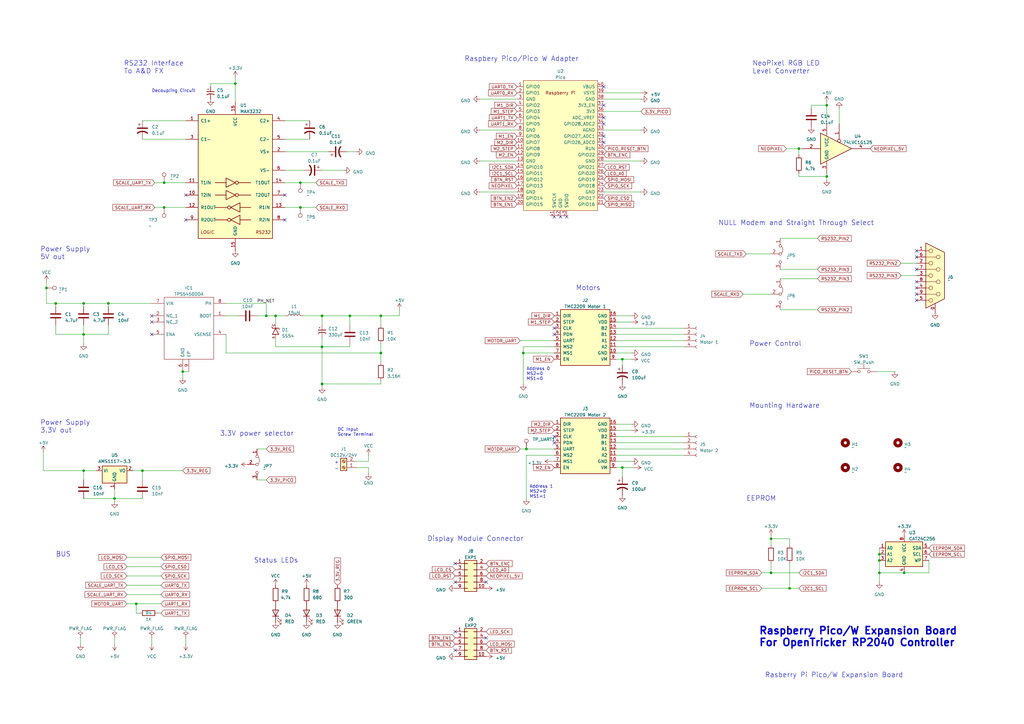
<source format=kicad_sch>
(kicad_sch (version 20230121) (generator eeschema)
  (paper "A3")
  (junction (at 55.88 247.65))
  (junction (at 316.23 234.95))
  (junction (at 327.66 60.96))
  (junction (at 339.09 43.18))
  (junction (at 67.31 85.09))
  (junction (at 34.29 124.46))
  (junction (at 156.21 129.54))
  (junction (at 123.19 85.09))
  (junction (at 74.93 152.4))
  (junction (at 58.42 193.04))
  (junction (at 132.08 129.54))
  (junction (at 214.63 144.78))
  (junction (at 96.52 34.29))
  (junction (at 44.45 124.46))
  (junction (at 34.29 137.16))
  (junction (at 255.27 147.32))
  (junction (at 360.68 234.95))
  (junction (at 360.68 229.87))
  (junction (at 132.08 157.48))
  (junction (at 360.68 227.33))
  (junction (at 370.84 234.95))
  (junction (at 215.9 184.15))
  (junction (at 34.29 193.04))
  (junction (at 143.51 129.54))
  (junction (at 316.23 220.98))
  (junction (at 156.21 144.78))
  (junction (at 67.31 74.93))
  (junction (at 123.19 74.93))
  (junction (at 323.85 241.3))
  (junction (at 339.09 72.39))
  (junction (at 113.03 129.54))
  (junction (at 109.22 129.54))
  (junction (at 132.08 142.24))
  (junction (at 19.05 118.11))
  (junction (at 46.99 204.47))
  (junction (at 22.86 124.46))
  (junction (at 255.27 191.77))
  (no_connect (at 62.23 129.54))
  (no_connect (at 229.87 88.9))
  (no_connect (at 227.33 179.07))
  (no_connect (at 227.33 137.16))
  (no_connect (at 186.69 238.76))
  (no_connect (at 247.65 50.8))
  (no_connect (at 227.33 134.62))
  (no_connect (at 76.2 80.01))
  (no_connect (at 227.33 181.61))
  (no_connect (at 247.65 48.26))
  (no_connect (at 375.92 115.57))
  (no_connect (at 247.65 58.42))
  (no_connect (at 375.92 123.19))
  (no_connect (at 62.23 137.16))
  (no_connect (at 76.2 90.17))
  (no_connect (at 227.33 88.9))
  (no_connect (at 375.92 102.87))
  (no_connect (at 247.65 55.88))
  (no_connect (at 232.41 88.9))
  (no_connect (at 375.92 110.49))
  (no_connect (at 62.23 132.08))
  (no_connect (at 199.39 261.62))
  (no_connect (at 247.65 43.18))
  (no_connect (at 375.92 105.41))
  (no_connect (at 375.92 118.11))
  (no_connect (at 375.92 120.65))
  (no_connect (at 199.39 238.76))
  (no_connect (at 247.65 35.56))
  (no_connect (at 116.84 80.01))
  (no_connect (at 186.69 259.08))
  (no_connect (at 186.69 231.14))
  (no_connect (at 186.69 266.7))
  (no_connect (at 116.84 90.17))
  (wire (pts (xy 215.9 186.69) (xy 215.9 204.47)))
  (wire (pts (xy 58.42 49.53) (xy 76.2 49.53)))
  (wire (pts (xy 151.13 191.77) (xy 151.13 194.31)))
  (wire (pts (xy 259.08 147.32) (xy 255.27 147.32)))
  (wire (pts (xy 316.23 231.14) (xy 316.23 234.95)))
  (wire (pts (xy 255.27 191.77) (xy 252.73 191.77)))
  (wire (pts (xy 262.89 53.34) (xy 247.65 53.34)))
  (wire (pts (xy 142.24 62.23) (xy 146.05 62.23)))
  (wire (pts (xy 52.07 232.41) (xy 66.04 232.41)))
  (wire (pts (xy 359.41 152.4) (xy 367.03 152.4)))
  (wire (pts (xy 66.04 243.84) (xy 52.07 243.84)))
  (wire (pts (xy 22.86 133.35) (xy 22.86 137.16)))
  (wire (pts (xy 327.66 72.39) (xy 339.09 72.39)))
  (wire (pts (xy 252.73 137.16) (xy 280.67 137.16)))
  (wire (pts (xy 58.42 193.04) (xy 74.93 193.04)))
  (wire (pts (xy 44.45 133.35) (xy 44.45 137.16)))
  (wire (pts (xy 17.78 193.04) (xy 34.29 193.04)))
  (wire (pts (xy 146.05 189.23) (xy 151.13 189.23)))
  (wire (pts (xy 252.73 134.62) (xy 280.67 134.62)))
  (wire (pts (xy 86.36 34.29) (xy 96.52 34.29)))
  (wire (pts (xy 316.23 220.98) (xy 316.23 223.52)))
  (wire (pts (xy 316.23 234.95) (xy 327.66 234.95)))
  (wire (pts (xy 323.85 223.52) (xy 323.85 220.98)))
  (wire (pts (xy 322.58 60.96) (xy 327.66 60.96)))
  (wire (pts (xy 196.85 66.04) (xy 212.09 66.04)))
  (wire (pts (xy 156.21 156.21) (xy 156.21 157.48)))
  (wire (pts (xy 320.04 114.3) (xy 335.28 114.3)))
  (wire (pts (xy 44.45 124.46) (xy 44.45 125.73)))
  (wire (pts (xy 344.17 44.45) (xy 344.17 50.8)))
  (wire (pts (xy 116.84 62.23) (xy 134.62 62.23)))
  (wire (pts (xy 109.22 124.46) (xy 109.22 129.54)))
  (wire (pts (xy 34.29 137.16) (xy 34.29 140.97)))
  (wire (pts (xy 46.99 204.47) (xy 58.42 204.47)))
  (wire (pts (xy 156.21 129.54) (xy 156.21 133.35)))
  (wire (pts (xy 34.29 193.04) (xy 39.37 193.04)))
  (wire (pts (xy 316.23 219.71) (xy 316.23 220.98)))
  (wire (pts (xy 259.08 173.99) (xy 252.73 173.99)))
  (wire (pts (xy 320.04 127) (xy 335.28 127)))
  (wire (pts (xy 227.33 186.69) (xy 215.9 186.69)))
  (wire (pts (xy 306.07 104.14) (xy 316.23 104.14)))
  (wire (pts (xy 339.09 43.18) (xy 339.09 50.8)))
  (wire (pts (xy 34.29 193.04) (xy 34.29 196.85)))
  (wire (pts (xy 143.51 129.54) (xy 156.21 129.54)))
  (wire (pts (xy 327.66 60.96) (xy 328.93 60.96)))
  (wire (pts (xy 116.84 49.53) (xy 127 49.53)))
  (wire (pts (xy 151.13 189.23) (xy 151.13 186.69)))
  (wire (pts (xy 55.88 247.65) (xy 66.04 247.65)))
  (wire (pts (xy 252.73 176.53) (xy 259.08 176.53)))
  (wire (pts (xy 252.73 186.69) (xy 280.67 186.69)))
  (wire (pts (xy 54.61 193.04) (xy 58.42 193.04)))
  (wire (pts (xy 67.31 85.09) (xy 76.2 85.09)))
  (wire (pts (xy 132.08 142.24) (xy 132.08 157.48)))
  (wire (pts (xy 327.66 60.96) (xy 327.66 63.5)))
  (wire (pts (xy 19.05 124.46) (xy 22.86 124.46)))
  (wire (pts (xy 252.73 132.08) (xy 259.08 132.08)))
  (wire (pts (xy 260.35 191.77) (xy 255.27 191.77)))
  (wire (pts (xy 86.36 35.56) (xy 86.36 34.29)))
  (wire (pts (xy 92.71 124.46) (xy 109.22 124.46)))
  (wire (pts (xy 92.71 137.16) (xy 92.71 144.78)))
  (wire (pts (xy 109.22 129.54) (xy 113.03 129.54)))
  (wire (pts (xy 360.68 234.95) (xy 360.68 238.76)))
  (wire (pts (xy 76.2 261.62) (xy 76.2 264.16)))
  (wire (pts (xy 132.08 69.85) (xy 140.97 69.85)))
  (wire (pts (xy 58.42 193.04) (xy 58.42 196.85)))
  (wire (pts (xy 381 229.87) (xy 381 234.95)))
  (wire (pts (xy 132.08 129.54) (xy 132.08 133.35)))
  (wire (pts (xy 255.27 147.32) (xy 255.27 149.86)))
  (wire (pts (xy 252.73 144.78) (xy 259.08 144.78)))
  (wire (pts (xy 381 234.95) (xy 370.84 234.95)))
  (wire (pts (xy 19.05 118.11) (xy 19.05 124.46)))
  (wire (pts (xy 116.84 57.15) (xy 127 57.15)))
  (wire (pts (xy 52.07 240.03) (xy 66.04 240.03)))
  (wire (pts (xy 327.66 71.12) (xy 327.66 72.39)))
  (wire (pts (xy 34.29 124.46) (xy 34.29 125.73)))
  (wire (pts (xy 74.93 152.4) (xy 74.93 154.94)))
  (wire (pts (xy 113.03 142.24) (xy 132.08 142.24)))
  (wire (pts (xy 262.89 45.72) (xy 247.65 45.72)))
  (wire (pts (xy 58.42 57.15) (xy 76.2 57.15)))
  (wire (pts (xy 92.71 129.54) (xy 97.79 129.54)))
  (wire (pts (xy 132.08 138.43) (xy 132.08 142.24)))
  (wire (pts (xy 124.46 129.54) (xy 132.08 129.54)))
  (wire (pts (xy 304.8 120.65) (xy 316.23 120.65)))
  (wire (pts (xy 34.29 133.35) (xy 34.29 137.16)))
  (wire (pts (xy 339.09 41.91) (xy 339.09 43.18)))
  (wire (pts (xy 332.74 43.18) (xy 339.09 43.18)))
  (wire (pts (xy 360.68 229.87) (xy 360.68 234.95)))
  (wire (pts (xy 22.86 137.16) (xy 34.29 137.16)))
  (wire (pts (xy 64.77 251.46) (xy 66.04 251.46)))
  (wire (pts (xy 55.88 247.65) (xy 55.88 251.46)))
  (wire (pts (xy 255.27 147.32) (xy 252.73 147.32)))
  (wire (pts (xy 44.45 137.16) (xy 34.29 137.16)))
  (wire (pts (xy 156.21 157.48) (xy 132.08 157.48)))
  (wire (pts (xy 34.29 124.46) (xy 44.45 124.46)))
  (wire (pts (xy 252.73 181.61) (xy 280.67 181.61)))
  (wire (pts (xy 339.09 72.39) (xy 339.09 71.12)))
  (wire (pts (xy 252.73 189.23) (xy 259.08 189.23)))
  (wire (pts (xy 196.85 53.34) (xy 212.09 53.34)))
  (wire (pts (xy 92.71 144.78) (xy 156.21 144.78)))
  (wire (pts (xy 143.51 140.97) (xy 143.51 142.24)))
  (wire (pts (xy 129.54 74.93) (xy 123.19 74.93)))
  (wire (pts (xy 252.73 139.7) (xy 280.67 139.7)))
  (wire (pts (xy 146.05 191.77) (xy 151.13 191.77)))
  (wire (pts (xy 34.29 204.47) (xy 46.99 204.47)))
  (wire (pts (xy 132.08 157.48) (xy 132.08 158.75)))
  (wire (pts (xy 262.89 78.74) (xy 247.65 78.74)))
  (wire (pts (xy 360.68 224.79) (xy 360.68 227.33)))
  (wire (pts (xy 46.99 204.47) (xy 46.99 205.74)))
  (wire (pts (xy 227.33 142.24) (xy 214.63 142.24)))
  (wire (pts (xy 74.93 152.4) (xy 77.47 152.4)))
  (wire (pts (xy 22.86 124.46) (xy 22.86 125.73)))
  (wire (pts (xy 252.73 184.15) (xy 280.67 184.15)))
  (wire (pts (xy 109.22 196.85) (xy 105.41 196.85)))
  (wire (pts (xy 323.85 220.98) (xy 316.23 220.98)))
  (wire (pts (xy 46.99 200.66) (xy 46.99 204.47)))
  (wire (pts (xy 44.45 124.46) (xy 62.23 124.46)))
  (wire (pts (xy 143.51 142.24) (xy 132.08 142.24)))
  (wire (pts (xy 339.09 73.66) (xy 339.09 72.39)))
  (wire (pts (xy 255.27 191.77) (xy 255.27 195.58)))
  (wire (pts (xy 109.22 184.15) (xy 105.41 184.15)))
  (wire (pts (xy 369.57 107.95) (xy 375.92 107.95)))
  (wire (pts (xy 196.85 40.64) (xy 212.09 40.64)))
  (wire (pts (xy 312.42 241.3) (xy 323.85 241.3)))
  (wire (pts (xy 57.15 251.46) (xy 55.88 251.46)))
  (wire (pts (xy 323.85 231.14) (xy 323.85 241.3)))
  (wire (pts (xy 215.9 184.15) (xy 227.33 184.15)))
  (wire (pts (xy 116.84 69.85) (xy 124.46 69.85)))
  (wire (pts (xy 52.07 236.22) (xy 66.04 236.22)))
  (wire (pts (xy 262.89 40.64) (xy 247.65 40.64)))
  (wire (pts (xy 62.23 261.62) (xy 62.23 264.16)))
  (wire (pts (xy 259.08 129.54) (xy 252.73 129.54)))
  (wire (pts (xy 369.57 113.03) (xy 375.92 113.03)))
  (wire (pts (xy 105.41 129.54) (xy 109.22 129.54)))
  (wire (pts (xy 252.73 179.07) (xy 280.67 179.07)))
  (wire (pts (xy 96.52 34.29) (xy 96.52 41.91)))
  (wire (pts (xy 214.63 144.78) (xy 227.33 144.78)))
  (wire (pts (xy 213.36 184.15) (xy 215.9 184.15)))
  (wire (pts (xy 226.06 189.23) (xy 227.33 189.23)))
  (wire (pts (xy 156.21 129.54) (xy 163.83 129.54)))
  (wire (pts (xy 360.68 234.95) (xy 370.84 234.95)))
  (wire (pts (xy 123.19 74.93) (xy 116.84 74.93)))
  (wire (pts (xy 213.36 139.7) (xy 227.33 139.7)))
  (wire (pts (xy 360.68 227.33) (xy 360.68 229.87)))
  (wire (pts (xy 129.54 85.09) (xy 123.19 85.09)))
  (wire (pts (xy 33.02 261.62) (xy 33.02 264.16)))
  (wire (pts (xy 323.85 241.3) (xy 327.66 241.3)))
  (wire (pts (xy 46.99 261.62) (xy 46.99 264.16)))
  (wire (pts (xy 163.83 129.54) (xy 163.83 127)))
  (wire (pts (xy 196.85 78.74) (xy 212.09 78.74)))
  (wire (pts (xy 52.07 247.65) (xy 55.88 247.65)))
  (wire (pts (xy 63.5 85.09) (xy 67.31 85.09)))
  (wire (pts (xy 113.03 129.54) (xy 113.03 133.35)))
  (wire (pts (xy 252.73 142.24) (xy 280.67 142.24)))
  (wire (pts (xy 22.86 124.46) (xy 34.29 124.46)))
  (wire (pts (xy 320.04 110.49) (xy 335.28 110.49)))
  (wire (pts (xy 113.03 138.43) (xy 113.03 142.24)))
  (wire (pts (xy 52.07 228.6) (xy 66.04 228.6)))
  (wire (pts (xy 214.63 144.78) (xy 214.63 157.48)))
  (wire (pts (xy 123.19 85.09) (xy 116.84 85.09)))
  (wire (pts (xy 113.03 129.54) (xy 116.84 129.54)))
  (wire (pts (xy 320.04 97.79) (xy 335.28 97.79)))
  (wire (pts (xy 312.42 234.95) (xy 316.23 234.95)))
  (wire (pts (xy 17.78 185.42) (xy 17.78 193.04)))
  (wire (pts (xy 143.51 129.54) (xy 143.51 133.35)))
  (wire (pts (xy 262.89 66.04) (xy 247.65 66.04)))
  (wire (pts (xy 63.5 74.93) (xy 67.31 74.93)))
  (wire (pts (xy 332.74 44.45) (xy 332.74 43.18)))
  (wire (pts (xy 132.08 129.54) (xy 143.51 129.54)))
  (wire (pts (xy 214.63 142.24) (xy 214.63 144.78)))
  (wire (pts (xy 96.52 31.75) (xy 96.52 34.29)))
  (wire (pts (xy 156.21 140.97) (xy 156.21 144.78)))
  (wire (pts (xy 262.89 38.1) (xy 247.65 38.1)))
  (wire (pts (xy 19.05 115.57) (xy 19.05 118.11)))
  (wire (pts (xy 67.31 74.93) (xy 76.2 74.93)))
  (wire (pts (xy 156.21 144.78) (xy 156.21 148.59)))
  (text "Motors" (at 236.22 119.38 0) (effects (font (size 2 2)) (justify left bottom)))
  (text "Address 1\nMS2=0\nMS1=1" (at 217.17 204.47 0) (effects (font (size 1.27 1.27)) (justify left bottom)))
  (text "NeoPixel RGB LED\nLevel Converter" (at 308.61 30.48 0) (effects (font (size 2 2)) (justify left bottom)))
  (text "BUS" (at 22.86 228.6 0) (effects (font (size 2 2)) (justify left bottom)))
  (text "Mounting Hardware" (at 307.34 167.64 0) (effects (font (size 2 2)) (justify left bottom)))
  (text "EEPROM" (at 306.07 205.74 0) (effects (font (size 2 2)) (justify left bottom)))
  (text "Display Module Connector" (at 175.26 222.25 0) (effects (font (size 2 2)) (justify left bottom)))
  (text "Raspberry Pico/W Expansion Board\nFor OpenTricker RP2040 Controller" (at 311.15 265.43 0) (effects (font (size 3 3) (thickness 0.6) bold) (justify left bottom)))
  (text "Decoupling Circuit" (at 62.23 38.1 0) (effects (font (size 1.27 1.27)) (justify left bottom)))
  (text "DC Input\nScrew Terminal" (at 138.43 179.07 0) (effects (font (size 1.27 1.27)) (justify left bottom)))
  (text "3.3V power selector" (at 90.17 179.07 0) (effects (font (size 2 2)) (justify left bottom)))
  (text "RS232 Interface\nTo A&D FX" (at 50.8 30.48 0) (effects (font (size 2 2)) (justify left bottom)))
  (text "Power Supply\n5V out" (at 16.51 106.68 0) (effects (font (size 2 2)) (justify left bottom)))
  (text "Power Supply\n3.3V out" (at 16.51 177.8 0) (effects (font (size 2 2)) (justify left bottom)))
  (text "Rasberry Pi Pico/W Expansion Board" (at 313.69 278.13 0) (effects (font (size 2 2)) (justify left bottom)))
  (text "Power Control" (at 307.34 142.24 0) (effects (font (size 2 2)) (justify left bottom)))
  (text "+" (at 137.16 190.5 0) (effects (font (size 1.27 1.27)) (justify left bottom)))
  (text "Raspbery Pico/Pico W Adapter" (at 190.5 25.4 0) (effects (font (size 2 2)) (justify left bottom)))
  (text "Status LEDs" (at 104.14 231.14 0) (effects (font (size 2 2)) (justify left bottom)))
  (text "-" (at 137.16 193.04 0) (effects (font (size 1.27 1.27)) (justify left bottom)))
  (text "Address 0\nMS2=0\nMS1=0" (at 215.9 156.21 0) (effects (font (size 1.27 1.27)) (justify left bottom)))
  (text "NULL Modem and Straight Through Select" (at 294.64 92.71 0) (effects (font (size 2 2)) (justify left bottom)))
  (label "PH_NET" (at 105.41 124.46 0))
  (global_label "EEPROM_SDA" (shape input) (at 312.42 234.95 180) (property "Intersheetrefs" "${INTERSHEET_REFS}" (effects hide)))
  (global_label "MOTOR_UART" (shape input) (at 52.07 247.65 180) (property "Intersheetrefs" "${INTERSHEET_REFS}" (effects hide)))
  (global_label "LCD_A0" (shape input) (at 247.65 71.12 0) (property "Intersheetrefs" "${INTERSHEET_REFS}" (effects hide)))
  (global_label "3.3V_REG" (shape input) (at 109.22 184.15 0) (property "Intersheetrefs" "${INTERSHEET_REFS}" (effects hide)))
  (global_label "NEOPIXEL" (shape input) (at 212.09 76.2 180) (property "Intersheetrefs" "${INTERSHEET_REFS}" (effects hide)))
  (global_label "SCALE_UART_TX" (shape input) (at 63.5 74.93 180) (property "Intersheetrefs" "${INTERSHEET_REFS}" (effects hide)))
  (global_label "RS232_PIN3" (shape input) (at 335.28 110.49 0) (property "Intersheetrefs" "${INTERSHEET_REFS}" (effects hide)))
  (global_label "BTN_EN2" (shape input) (at 186.69 264.16 180) (property "Intersheetrefs" "${INTERSHEET_REFS}" (effects hide)))
  (global_label "M1_EN" (shape input) (at 227.33 147.32 180) (property "Intersheetrefs" "${INTERSHEET_REFS}" (effects hide)))
  (global_label "SCALE_TXD" (shape input) (at 129.54 74.93 0) (property "Intersheetrefs" "${INTERSHEET_REFS}" (effects hide)))
  (global_label "MOTOR_UART" (shape input) (at 213.36 139.7 180) (property "Intersheetrefs" "${INTERSHEET_REFS}" (effects hide)))
  (global_label "BTN_EN1" (shape input) (at 186.69 261.62 180) (property "Intersheetrefs" "${INTERSHEET_REFS}" (effects hide)))
  (global_label "BTN_RST" (shape input) (at 199.39 266.7 0) (property "Intersheetrefs" "${INTERSHEET_REFS}" (effects hide)))
  (global_label "UART1_RX" (shape input) (at 212.09 50.8 180) (property "Intersheetrefs" "${INTERSHEET_REFS}" (effects hide)))
  (global_label "M2_STEP" (shape input) (at 227.33 176.53 180) (property "Intersheetrefs" "${INTERSHEET_REFS}" (effects hide)))
  (global_label "EEPROM_SCL" (shape input) (at 312.42 241.3 180) (property "Intersheetrefs" "${INTERSHEET_REFS}" (effects hide)))
  (global_label "LCD_CS" (shape input) (at 186.69 233.68 180) (property "Intersheetrefs" "${INTERSHEET_REFS}" (effects hide)))
  (global_label "LCD_MOSI" (shape input) (at 52.07 228.6 180) (property "Intersheetrefs" "${INTERSHEET_REFS}" (effects hide)))
  (global_label "UART1_RX" (shape input) (at 66.04 247.65 0) (property "Intersheetrefs" "${INTERSHEET_REFS}" (effects hide)))
  (global_label "PICO_RESET_BTN" (shape input) (at 247.65 60.96 0) (property "Intersheetrefs" "${INTERSHEET_REFS}" (effects hide)))
  (global_label "SPI0_MOSI" (shape input) (at 247.65 73.66 0) (property "Intersheetrefs" "${INTERSHEET_REFS}" (effects hide)))
  (global_label "LCD_A0" (shape input) (at 199.39 233.68 0) (property "Intersheetrefs" "${INTERSHEET_REFS}" (effects hide)))
  (global_label "3.3V_PICO" (shape input) (at 109.22 196.85 0) (property "Intersheetrefs" "${INTERSHEET_REFS}" (effects hide)))
  (global_label "RS232_PIN2" (shape input) (at 369.57 107.95 180) (property "Intersheetrefs" "${INTERSHEET_REFS}" (effects hide)))
  (global_label "SCALE_RXD" (shape input) (at 304.8 120.65 180) (property "Intersheetrefs" "${INTERSHEET_REFS}" (effects hide)))
  (global_label "M2_EN" (shape input) (at 227.33 191.77 180) (property "Intersheetrefs" "${INTERSHEET_REFS}" (effects hide)))
  (global_label "LCD_MOSI" (shape input) (at 199.39 264.16 0) (property "Intersheetrefs" "${INTERSHEET_REFS}" (effects hide)))
  (global_label "M1_STEP" (shape input) (at 227.33 132.08 180) (property "Intersheetrefs" "${INTERSHEET_REFS}" (effects hide)))
  (global_label "BTN_EN2" (shape input) (at 212.09 81.28 180) (property "Intersheetrefs" "${INTERSHEET_REFS}" (effects hide)))
  (global_label "SCALE_UART_TX" (shape input) (at 52.07 240.03 180) (property "Intersheetrefs" "${INTERSHEET_REFS}" (effects hide)))
  (global_label "I2C1_SDA" (shape input) (at 212.09 68.58 180) (property "Intersheetrefs" "${INTERSHEET_REFS}" (effects hide)))
  (global_label "M1_EN" (shape input) (at 212.09 55.88 180) (property "Intersheetrefs" "${INTERSHEET_REFS}" (effects hide)))
  (global_label "M2_EN" (shape input) (at 212.09 63.5 180) (property "Intersheetrefs" "${INTERSHEET_REFS}" (effects hide)))
  (global_label "LCD_RST" (shape input) (at 247.65 68.58 0) (property "Intersheetrefs" "${INTERSHEET_REFS}" (effects hide)))
  (global_label "EEPROM_SCL" (shape input) (at 381 227.33 0) (property "Intersheetrefs" "${INTERSHEET_REFS}" (effects hide)))
  (global_label "LED_SCK" (shape input) (at 199.39 259.08 0) (property "Intersheetrefs" "${INTERSHEET_REFS}" (effects hide)))
  (global_label "I2C1_SDA" (shape input) (at 327.66 234.95 0) (property "Intersheetrefs" "${INTERSHEET_REFS}" (effects hide)))
  (global_label "SPI0_CS0" (shape input) (at 66.04 232.41 0) (property "Intersheetrefs" "${INTERSHEET_REFS}" (effects hide)))
  (global_label "SPI0_CS0" (shape input) (at 247.65 81.28 0) (property "Intersheetrefs" "${INTERSHEET_REFS}" (effects hide)))
  (global_label "NEOPIXEL" (shape input) (at 322.58 60.96 180) (property "Intersheetrefs" "${INTERSHEET_REFS}" (effects hide)))
  (global_label "SCALE_UART_RX" (shape input) (at 63.5 85.09 180) (property "Intersheetrefs" "${INTERSHEET_REFS}" (effects hide)))
  (global_label "M2_DIR" (shape input) (at 227.33 173.99 180) (property "Intersheetrefs" "${INTERSHEET_REFS}" (effects hide)))
  (global_label "BTN_ENC" (shape input) (at 247.65 63.5 0) (property "Intersheetrefs" "${INTERSHEET_REFS}" (effects hide)))
  (global_label "SPI0_SCK" (shape input) (at 66.04 236.22 0) (property "Intersheetrefs" "${INTERSHEET_REFS}" (effects hide)))
  (global_label "NEOPIXEL_5V" (shape input) (at 199.39 236.22 0) (property "Intersheetrefs" "${INTERSHEET_REFS}" (effects hide)))
  (global_label "SCALE_TXD" (shape input) (at 306.07 104.14 180) (property "Intersheetrefs" "${INTERSHEET_REFS}" (effects hide)))
  (global_label "M2_STEP" (shape input) (at 212.09 60.96 180) (property "Intersheetrefs" "${INTERSHEET_REFS}" (effects hide)))
  (global_label "SPI0_MOSI" (shape input) (at 66.04 228.6 0) (property "Intersheetrefs" "${INTERSHEET_REFS}" (effects hide)))
  (global_label "UART0_TX" (shape input) (at 212.09 35.56 180) (property "Intersheetrefs" "${INTERSHEET_REFS}" (effects hide)))
  (global_label "UART0_TX" (shape input) (at 66.04 240.03 0) (property "Intersheetrefs" "${INTERSHEET_REFS}" (effects hide)))
  (global_label "LED_SCK" (shape input) (at 52.07 236.22 180) (property "Intersheetrefs" "${INTERSHEET_REFS}" (effects hide)))
  (global_label "RS232_PIN2" (shape input) (at 335.28 97.79 0) (property "Intersheetrefs" "${INTERSHEET_REFS}" (effects hide)))
  (global_label "RS232_PIN3" (shape input) (at 335.28 114.3 0) (property "Intersheetrefs" "${INTERSHEET_REFS}" (effects hide)))
  (global_label "BTN_ENC" (shape input) (at 199.39 231.14 0) (property "Intersheetrefs" "${INTERSHEET_REFS}" (effects hide)))
  (global_label "SPI0_SCK" (shape input) (at 247.65 76.2 0) (property "Intersheetrefs" "${INTERSHEET_REFS}" (effects hide)))
  (global_label "I2C1_SCL" (shape input) (at 327.66 241.3 0) (property "Intersheetrefs" "${INTERSHEET_REFS}" (effects hide)))
  (global_label "RS232_PIN2" (shape input) (at 335.28 127 0) (property "Intersheetrefs" "${INTERSHEET_REFS}" (effects hide)))
  (global_label "LCD_CS" (shape input) (at 52.07 232.41 180) (property "Intersheetrefs" "${INTERSHEET_REFS}" (effects hide)))
  (global_label "UART1_TX" (shape input) (at 66.04 251.46 0) (property "Intersheetrefs" "${INTERSHEET_REFS}" (effects hide)))
  (global_label "3.3V_PICO" (shape input) (at 262.89 45.72 0) (property "Intersheetrefs" "${INTERSHEET_REFS}" (effects hide)))
  (global_label "SCALE_RXD" (shape input) (at 129.54 85.09 0) (property "Intersheetrefs" "${INTERSHEET_REFS}" (effects hide)))
  (global_label "3.3V_REG" (shape input) (at 74.93 193.04 0) (property "Intersheetrefs" "${INTERSHEET_REFS}" (effects hide)))
  (global_label "NEOPIXEL_5V" (shape input) (at 356.87 60.96 0) (property "Intersheetrefs" "${INTERSHEET_REFS}" (effects hide)))
  (global_label "BTN_EN1" (shape input) (at 212.09 83.82 180) (property "Intersheetrefs" "${INTERSHEET_REFS}" (effects hide)))
  (global_label "RS232_PIN3" (shape input) (at 369.57 113.03 180) (property "Intersheetrefs" "${INTERSHEET_REFS}" (effects hide)))
  (global_label "BTN_RST" (shape input) (at 212.09 73.66 180) (property "Intersheetrefs" "${INTERSHEET_REFS}" (effects hide)))
  (global_label "EEPROM_SDA" (shape input) (at 381 224.79 0) (property "Intersheetrefs" "${INTERSHEET_REFS}" (effects hide)))
  (global_label "SCALE_UART_RX" (shape input) (at 52.07 243.84 180) (property "Intersheetrefs" "${INTERSHEET_REFS}" (effects hide)))
  (global_label "LCD_RST" (shape input) (at 186.69 236.22 180) (property "Intersheetrefs" "${INTERSHEET_REFS}" (effects hide)))
  (global_label "UART0_RX" (shape input) (at 66.04 243.84 0) (property "Intersheetrefs" "${INTERSHEET_REFS}" (effects hide)))
  (global_label "M1_DIR" (shape input) (at 212.09 43.18 180) (property "Intersheetrefs" "${INTERSHEET_REFS}" (effects hide)))
  (global_label "3.3V_REG" (shape input) (at 138.43 240.03 90) (property "Intersheetrefs" "${INTERSHEET_REFS}" (effects hide)))
  (global_label "UART1_TX" (shape input) (at 212.09 48.26 180) (property "Intersheetrefs" "${INTERSHEET_REFS}" (effects hide)))
  (global_label "SPI0_MISO" (shape input) (at 247.65 83.82 0) (property "Intersheetrefs" "${INTERSHEET_REFS}" (effects hide)))
  (global_label "UART0_RX" (shape input) (at 212.09 38.1 180) (property "Intersheetrefs" "${INTERSHEET_REFS}" (effects hide)))
  (global_label "PICO_RESET_BTN" (shape input) (at 349.25 152.4 180) (property "Intersheetrefs" "${INTERSHEET_REFS}" (effects hide)))
  (global_label "M2_DIR" (shape input) (at 212.09 58.42 180) (property "Intersheetrefs" "${INTERSHEET_REFS}" (effects hide)))
  (global_label "MOTOR_UART" (shape input) (at 213.36 184.15 180) (property "Intersheetrefs" "${INTERSHEET_REFS}" (effects hide)))
  (global_label "M1_STEP" (shape input) (at 212.09 45.72 180) (property "Intersheetrefs" "${INTERSHEET_REFS}" (effects hide)))
  (global_label "M1_DIR" (shape input) (at 227.33 129.54 180) (property "Intersheetrefs" "${INTERSHEET_REFS}" (effects hide)))
  (global_label "I2C1_SCL" (shape input) (at 212.09 71.12 180) (property "Intersheetrefs" "${INTERSHEET_REFS}" (effects hide)))
  (symbol (lib_id "Device:C") (at 34.29 200.66 0) (unit 1)
    (property "Reference" "C16" (at 38.1 200.025 0) (effects (justify left)))
    (property "Value" "10nF" (at 38.1 202.565 0) (effects (justify left)))
    (property "Footprint" "Capacitor_SMD:C_0805_2012Metric_Pad1.18x1.45mm_HandSolder" (effects hide))
  )
  (symbol (lib_id "power:GND") (at 259.08 144.78 90) (unit 1)
    (property "Reference" "#PWR016" (effects hide))
    (property "Value" "GND" (at 262.89 145.415 90) (effects (justify right)))
  )
  (symbol (lib_id "power:VCC") (at 260.35 191.77 270) (unit 1)
    (property "Reference" "#PWR021" (effects hide))
    (property "Value" "VCC" (at 264.16 192.405 90) (effects (justify left)))
  )
  (symbol (lib_id "power:PWR_FLAG") (at 76.2 261.62 0) (unit 1)
    (property "Reference" "#FLG04" (effects hide))
    (property "Value" "PWR_FLAG" (at 76.2 257.81 0))
  )
  (symbol (lib_id "power:GND") (at 360.68 238.76 0) (unit 1)
    (property "Reference" "#PWR047" (effects hide))
    (property "Value" "GND" (at 360.68 243.84 0))
  )
  (symbol (lib_id "power:VCC") (at 62.23 264.16 180) (unit 1)
    (property "Reference" "#PWR037" (effects hide))
    (property "Value" "VCC" (at 62.23 269.24 0))
  )
  (symbol (lib_id "power:GND") (at 125.73 255.27 0) (unit 1)
    (property "Reference" "#PWR056" (effects hide))
    (property "Value" "GND" (at 125.73 260.35 0))
  )
  (symbol (lib_id "power:GND") (at 259.08 173.99 90) (unit 1)
    (property "Reference" "#PWR018" (effects hide))
    (property "Value" "GND" (at 262.89 174.625 90) (effects (justify right)))
  )
  (symbol (lib_id "Connector:Screw_Terminal_01x02") (at 140.97 191.77 180) (unit 1)
    (property "Reference" "J1" (at 140.97 184.15 0))
    (property "Value" "DC12V/24V" (at 140.97 186.69 0))
    (property "Footprint" "TerminalBlock:TerminalBlock_bornier-2_P5.08mm" (effects hide))
  )
  (symbol (lib_id "power:GND") (at 113.03 255.27 0) (unit 1)
    (property "Reference" "#PWR058" (effects hide))
    (property "Value" "GND" (at 113.03 260.35 0))
  )
  (symbol (lib_id "Device:C_Polarized_Small_US") (at 132.08 135.89 0) (unit 1)
    (property "Reference" "C12" (at 134.62 134.8232 0) (effects (justify left)))
    (property "Value" "330uF" (at 134.62 137.3632 0) (effects (justify left)))
    (property "Footprint" "Capacitor_SMD:CP_Elec_10x10.5" (effects hide))
  )
  (symbol (lib_id "power:+5V") (at 199.39 241.3 270) (unit 1)
    (property "Reference" "#PWR038" (effects hide))
    (property "Value" "+5V" (at 203.2 241.935 90) (effects (justify left)))
  )
  (symbol (lib_id "Device:LED") (at 125.73 251.46 90) (unit 1)
    (property "Reference" "D3" (at 129.54 252.4125 90) (effects (justify right)))
    (property "Value" "RED" (at 129.54 254.9525 90) (effects (justify right)))
    (property "Footprint" "Diode_SMD:D_0805_2012Metric_Pad1.15x1.40mm_HandSolder" (effects hide))
  )
  (symbol (lib_id "power:GND") (at 146.05 62.23 90) (unit 1)
    (property "Reference" "#PWR023" (effects hide))
    (property "Value" "GND" (at 149.86 62.865 90) (effects (justify right)))
  )
  (symbol (lib_id "power:VCC") (at 259.08 147.32 270) (unit 1)
    (property "Reference" "#PWR017" (effects hide))
    (property "Value" "VCC" (at 262.89 147.955 90) (effects (justify left)))
  )
  (symbol (lib_id "Connector:TestPoint") (at 67.31 74.93 0) (unit 1)
    (property "Reference" "TP2" (at 69.85 72.263 0) (effects (justify left)))
    (property "Value" "~" (at 69.85 73.533 0) (effects (justify left)))
    (property "Footprint" "TestPoint:TestPoint_Pad_2.0x2.0mm" (effects hide))
  )
  (symbol (lib_id "Device:R") (at 138.43 243.84 180) (unit 1)
    (property "Reference" "R7" (at 143.51 242.57 0) (effects (justify left)))
    (property "Value" "300" (at 144.78 245.11 0) (effects (justify left)))
    (property "Footprint" "Resistor_SMD:R_0805_2012Metric_Pad1.20x1.40mm_HandSolder" (effects hide))
  )
  (symbol (lib_id "Device:R") (at 316.23 227.33 0) (unit 1)
    (property "Reference" "R3" (at 318.77 226.695 0) (effects (justify left)))
    (property "Value" "10K" (at 318.77 229.235 0) (effects (justify left)))
    (property "Footprint" "Resistor_SMD:R_0805_2012Metric_Pad1.20x1.40mm_HandSolder" (effects hide))
  )
  (symbol (lib_id "Device:C_Polarized_Small_US") (at 86.36 38.1 0) (unit 1)
    (property "Reference" "C5" (at 88.9 37.0332 0) (effects (justify left)))
    (property "Value" "0.1uF" (at 88.9 39.5732 0) (effects (justify left)))
    (property "Footprint" "Capacitor_SMD:C_0805_2012Metric_Pad1.18x1.45mm_HandSolder" (effects hide))
  )
  (symbol (lib_id "Device:C_Polarized_US") (at 255.27 199.39 0) (unit 1)
    (property "Reference" "C9" (at 259.08 198.12 0) (effects (justify left)))
    (property "Value" "100uF" (at 259.08 200.66 0) (effects (justify left)))
    (property "Footprint" "Capacitor_SMD:CP_Elec_6.3x7.7" (effects hide))
  )
  (symbol (lib_id "power:GND") (at 215.9 204.47 0) (unit 1)
    (property "Reference" "#PWR07" (effects hide))
    (property "Value" "GND" (at 215.9 209.55 0))
  )
  (symbol (lib_id "power:GND") (at 34.29 140.97 0) (unit 1)
    (property "Reference" "#PWR02" (effects hide))
    (property "Value" "GND" (at 34.29 146.05 0))
  )
  (symbol (lib_id "power:GND") (at 259.08 189.23 90) (unit 1)
    (property "Reference" "#PWR020" (effects hide))
    (property "Value" "GND" (at 262.89 189.865 90) (effects (justify right)))
  )
  (symbol (lib_id "power:+5V") (at 125.73 240.03 0) (unit 1)
    (property "Reference" "#PWR059" (effects hide))
    (property "Value" "+5V" (at 125.73 236.22 0))
  )
  (symbol (lib_id "power:GND") (at 151.13 194.31 0) (unit 1)
    (property "Reference" "#PWR05" (effects hide))
    (property "Value" "GND" (at 151.13 198.12 0))
  )
  (symbol (lib_id "power:GND") (at 196.85 78.74 270) (unit 1)
    (property "Reference" "#PWR031" (effects hide))
    (property "Value" "GND" (at 193.04 79.375 90) (effects (justify right)))
  )
  (symbol (lib_id "Device:C") (at 101.6 129.54 90) (unit 1)
    (property "Reference" "C10" (at 101.6 123.19 90))
    (property "Value" "10nF" (at 101.6 125.73 90))
    (property "Footprint" "Capacitor_SMD:C_0805_2012Metric_Pad1.18x1.45mm_HandSolder" (effects hide))
  )
  (symbol (lib_id "Connector:Conn_01x04_Socket") (at 285.75 181.61 0) (unit 1)
    (property "Reference" "J5" (at 287.02 182.245 0) (effects (justify left)))
    (property "Value" "Motor 2" (at 287.02 184.785 0) (effects (justify left)))
    (property "Footprint" "Connector_JST:JST_XH_B4B-XH-AM_1x04_P2.50mm_Vertical" (effects hide))
  )
  (symbol (lib_id "power:VCC") (at 113.03 240.03 0) (unit 1)
    (property "Reference" "#PWR057" (effects hide))
    (property "Value" "VCC" (at 113.03 236.22 0))
  )
  (symbol (lib_id "Mechanical:MountingHole") (at 346.71 181.61 0) (unit 1)
    (property "Reference" "H1" (at 349.25 182.245 0) (effects (justify left)))
    (property "Value" "~" (at 349.25 183.515 0) (effects (justify left)))
    (property "Footprint" "MountingHole:MountingHole_3.2mm_M3_Pad" (effects hide))
  )
  (symbol (lib_id "Device:R") (at 323.85 227.33 0) (unit 1)
    (property "Reference" "R5" (at 326.39 226.695 0) (effects (justify left)))
    (property "Value" "10K" (at 326.39 229.235 0) (effects (justify left)))
    (property "Footprint" "Resistor_SMD:R_0805_2012Metric_Pad1.20x1.40mm_HandSolder" (effects hide))
  )
  (symbol (lib_id "power:+3.3V") (at 101.6 190.5 90) (unit 1)
    (property "Reference" "#PWR043" (effects hide))
    (property "Value" "+3.3V" (at 97.79 191.135 90) (effects (justify left)))
  )
  (symbol (lib_id "power:+3.3V") (at 259.08 132.08 270) (unit 1)
    (property "Reference" "#PWR015" (effects hide))
    (property "Value" "+3.3V" (at 262.89 132.715 90) (effects (justify left)))
  )
  (symbol (lib_id "Device:R") (at 156.21 152.4 0) (unit 1)
    (property "Reference" "R2" (at 158.75 151.765 0) (effects (justify left)))
    (property "Value" "3.16K" (at 158.75 154.305 0) (effects (justify left)))
    (property "Footprint" "Resistor_SMD:R_0805_2012Metric_Pad1.20x1.40mm_HandSolder" (effects hide))
  )
  (symbol (lib_id "Device:LED") (at 138.43 251.46 90) (unit 1)
    (property "Reference" "D2" (at 142.24 252.4125 90) (effects (justify right)))
    (property "Value" "GREEN" (at 142.24 254.9525 90) (effects (justify right)))
    (property "Footprint" "Diode_SMD:D_0805_2012Metric_Pad1.15x1.40mm_HandSolder" (effects hide))
  )
  (symbol (lib_id "power:GND") (at 96.52 102.87 0) (unit 1)
    (property "Reference" "#PWR09" (effects hide))
    (property "Value" "GND" (at 96.52 107.95 0))
  )
  (symbol (lib_id "Device:C") (at 332.74 48.26 0) (unit 1)
    (property "Reference" "C14" (at 336.55 47.625 0) (effects (justify left)))
    (property "Value" "0.1uF" (at 336.55 50.165 0) (effects (justify left)))
    (property "Footprint" "Capacitor_SMD:C_0805_2012Metric_Pad1.18x1.45mm_HandSolder" (effects hide))
  )
  (symbol (lib_id "power:VCC") (at 151.13 186.69 0) (unit 1)
    (property "Reference" "#PWR04" (effects hide))
    (property "Value" "VCC" (at 151.13 182.88 0))
  )
  (symbol (lib_id "Connector_Generic:Conn_02x05_Odd_Even") (at 191.77 264.16 0) (unit 1)
    (property "Reference" "J9" (at 193.04 254 0))
    (property "Value" "EXP2" (at 193.04 256.54 0))
    (property "Footprint" "Connector_IDC:IDC-Header_2x05_P2.54mm_Vertical" (effects hide))
  )
  (symbol (lib_id "power:GND") (at 33.02 264.16 0) (unit 1)
    (property "Reference" "#PWR032" (effects hide))
    (property "Value" "GND" (at 33.02 269.24 0))
  )
  (symbol (lib_id "Connector:TestPoint") (at 67.31 85.09 180) (unit 1)
    (property "Reference" "TP3" (at 60.96 90.17 0) (effects (justify right)))
    (property "Value" "~" (at 60.96 92.71 0) (effects (justify right)))
    (property "Footprint" "TestPoint:TestPoint_Pad_2.0x2.0mm" (effects hide))
  )
  (symbol (lib_id "Regulator_Linear:AMS1117-3.3") (at 46.99 193.04 0) (unit 1)
    (property "Reference" "U5" (at 46.99 186.69 0))
    (property "Value" "AMS1117-3.3" (at 46.99 189.23 0))
    (property "Footprint" "Package_TO_SOT_SMD:SOT-223-3_TabPin2" (effects hide))
    (property "Datasheet" "http://www.advanced-monolithic.com/pdf/ds1117.pdf" (effects hide))
  )
  (symbol (lib_id "Device:C") (at 22.86 129.54 0) (unit 1)
    (property "Reference" "C1" (at 26.67 128.905 0) (effects (justify left)))
    (property "Value" "4.7uF" (at 26.67 131.445 0) (effects (justify left)))
    (property "Footprint" "Capacitor_SMD:C_0805_2012Metric_Pad1.18x1.45mm_HandSolder" (effects hide))
  )
  (symbol (lib_id "Connector:TestPoint") (at 123.19 85.09 180) (unit 1)
    (property "Reference" "TP5" (at 125.73 89.027 0) (effects (justify right)))
    (property "Value" "~" (at 125.73 90.297 0) (effects (justify right)))
    (property "Footprint" "TestPoint:TestPoint_Pad_2.0x2.0mm" (effects hide))
  )
  (symbol (lib_id "power:PWR_FLAG") (at 46.99 261.62 0) (unit 1)
    (property "Reference" "#FLG02" (effects hide))
    (property "Value" "PWR_FLAG" (at 46.99 257.81 0))
  )
  (symbol (lib_id "Device:R") (at 60.96 251.46 90) (unit 1)
    (property "Reference" "R4" (at 60.96 251.46 90))
    (property "Value" "1K" (at 60.96 254 90))
    (property "Footprint" "Resistor_SMD:R_0805_2012Metric_Pad1.20x1.40mm_HandSolder" (effects hide))
  )
  (symbol (lib_id "Device:R") (at 327.66 67.31 0) (unit 1)
    (property "Reference" "R6" (at 330.2 66.675 0) (effects (justify left)))
    (property "Value" "4.7k" (at 330.2 69.215 0) (effects (justify left)))
    (property "Footprint" "Resistor_SMD:R_0805_2012Metric_Pad1.20x1.40mm_HandSolder" (effects hide))
  )
  (symbol (lib_id "Device:R") (at 156.21 137.16 0) (unit 1)
    (property "Reference" "R1" (at 158.75 136.525 0) (effects (justify left)))
    (property "Value" "10K" (at 158.75 139.065 0) (effects (justify left)))
    (property "Footprint" "Resistor_SMD:R_0805_2012Metric_Pad1.20x1.40mm_HandSolder" (effects hide))
  )
  (symbol (lib_id "power:+5V") (at 163.83 127 0) (unit 1)
    (property "Reference" "#PWR027" (effects hide))
    (property "Value" "+5V" (at 163.83 123.19 0))
  )
  (symbol (lib_id "74xGxx:74LVC1G125") (at 344.17 60.96 0) (unit 1)
    (property "Reference" "U4" (at 351.79 55.88 0))
    (property "Value" "74LVC1G125" (at 351.79 58.42 0))
    (property "Footprint" "Package_TO_SOT_SMD:SOT-23-5" (effects hide))
    (property "Datasheet" "https://www.ti.com/lit/ds/symlink/sn74lvc1g125.pdf" (effects hide))
  )
  (symbol (lib_id "Jumper:Jumper_3_Bridged12") (at 320.04 104.14 270) (unit 1)
    (property "Reference" "JP5" (at 322.58 104.775 90) (effects (justify left)))
    (property "Value" "~" (at 322.58 106.045 90) (effects (justify left)))
    (property "Footprint" "Connector_PinSocket_2.00mm:PinSocket_1x03_P2.00mm_Vertical" (effects hide))
  )
  (symbol (lib_id "Device:C_Polarized_US") (at 255.27 153.67 0) (unit 1)
    (property "Reference" "C8" (at 259.08 152.4 0) (effects (justify left)))
    (property "Value" "100uF" (at 259.08 154.94 0) (effects (justify left)))
    (property "Footprint" "Capacitor_SMD:CP_Elec_6.3x7.7" (effects hide))
  )
  (symbol (lib_id "power:GND") (at 262.89 53.34 90) (unit 1)
    (property "Reference" "#PWR044" (effects hide))
    (property "Value" "GND" (at 266.7 53.975 90) (effects (justify right)))
  )
  (symbol (lib_id "Connector:TestPoint") (at 123.19 74.93 180) (unit 1)
    (property "Reference" "TP4" (at 125.73 78.867 0) (effects (justify right)))
    (property "Value" "~" (at 125.73 80.137 0) (effects (justify right)))
    (property "Footprint" "TestPoint:TestPoint_Pad_2.0x2.0mm" (effects hide))
  )
  (symbol (lib_id "Connector:TestPoint") (at 19.05 118.11 270) (unit 1)
    (property "Reference" "TP1" (at 24.13 118.745 90) (effects (justify left)))
    (property "Value" "~" (at 24.13 120.015 90) (effects (justify left)))
    (property "Footprint" "TestPoint:TestPoint_Pad_2.0x2.0mm" (effects hide))
  )
  (symbol (lib_id "power:GND") (at 383.54 128.27 0) (unit 1)
    (property "Reference" "#PWR025" (effects hide))
    (property "Value" "GND" (at 383.54 133.35 0))
  )
  (symbol (lib_id "Interface_UART:MAX3232") (at 96.52 72.39 0) (unit 1)
    (property "Reference" "U1" (at 98.4759 43.18 0) (effects (justify left)))
    (property "Value" "MAX3232" (at 98.4759 45.72 0) (effects (justify left)))
    (property "Footprint" "Package_SO:SOIC-16_3.9x9.9mm_P1.27mm" (effects hide))
    (property "Datasheet" "https://datasheets.maximintegrated.com/en/ds/MAX3222-MAX3241.pdf" (effects hide))
  )
  (symbol (lib_id "power:GND") (at 367.03 152.4 0) (unit 1)
    (property "Reference" "#PWR049" (effects hide))
    (property "Value" "GND" (at 367.03 157.48 0))
  )
  (symbol (lib_id "power:GND") (at 196.85 66.04 270) (unit 1)
    (property "Reference" "#PWR030" (effects hide))
    (property "Value" "GND" (at 193.04 66.675 90) (effects (justify right)))
  )
  (symbol (lib_id "power:GND") (at 140.97 69.85 90) (unit 1)
    (property "Reference" "#PWR022" (effects hide))
    (property "Value" "GND" (at 144.78 70.485 90) (effects (justify right)))
  )
  (symbol (lib_id "Connector:Conn_01x04_Socket") (at 285.75 137.16 0) (unit 1)
    (property "Reference" "J4" (at 287.02 137.795 0) (effects (justify left)))
    (property "Value" "Motor 1" (at 287.02 140.335 0) (effects (justify left)))
    (property "Footprint" "Connector_JST:JST_XH_B4B-XH-AM_1x04_P2.50mm_Vertical" (effects hide))
  )
  (symbol (lib_id "Mechanical:MountingHole") (at 368.3 191.77 0) (unit 1)
    (property "Reference" "H4" (at 370.84 192.405 0) (effects (justify left)))
    (property "Value" "~" (at 370.84 193.675 0) (effects (justify left)))
    (property "Footprint" "MountingHole:MountingHole_3.2mm_M3_Pad" (effects hide))
  )
  (symbol (lib_id "Connector:DE9_Receptacle_MountingHoles") (at 383.54 113.03 0) (unit 1)
    (property "Reference" "J6" (at 388.62 113.665 0) (effects (justify left)))
    (property "Value" "~" (at 388.62 114.935 0) (effects (justify left)))
    (property "Footprint" "Connector_Dsub:DSUB-9_Male_Horizontal_P2.77x2.84mm_EdgePinOffset7.70mm_Housed_MountingHolesOffset9.12mm" (effects hide))
    (property "Datasheet" " ~" (effects hide))
  )
  (symbol (lib_name "MotorDriver_StepStick_TMC2209_1") (lib_id "fab:MotorDriver_StepStick_TMC2209") (at 240.03 137.16 0) (unit 1)
    (property "Reference" "J2" (at 240.03 123.19 0))
    (property "Value" "TMC2209 Motor 1" (at 240.03 125.73 0))
    (property "Footprint" "Extra Footprints:Conn_StepStick_smaller_hole" (effects hide))
  )
  (symbol (lib_id "Device:L") (at 120.65 129.54 90) (unit 1)
    (property "Reference" "L1" (at 120.65 125.73 90))
    (property "Value" "15uH" (at 120.65 128.27 90))
    (property "Footprint" "Extra Footprints:Power Inductor 10x11" (effects hide))
  )
  (symbol (lib_id "Device:C") (at 143.51 137.16 0) (unit 1)
    (property "Reference" "C13" (at 147.32 136.525 0) (effects (justify left)))
    (property "Value" "10nF" (at 147.32 139.065 0) (effects (justify left)))
    (property "Footprint" "Capacitor_SMD:C_0805_2012Metric_Pad1.18x1.45mm_HandSolder" (effects hide))
  )
  (symbol (lib_id "power:+3.3V") (at 259.08 176.53 270) (unit 1)
    (property "Reference" "#PWR019" (effects hide))
    (property "Value" "+3.3V" (at 262.89 177.165 90) (effects (justify left)))
  )
  (symbol (lib_id "power:GND") (at 214.63 157.48 0) (unit 1)
    (property "Reference" "#PWR06" (effects hide))
    (property "Value" "GND" (at 214.63 162.56 0))
  )
  (symbol (lib_id "power:GND") (at 344.17 44.45 180) (unit 1)
    (property "Reference" "#PWR050" (effects hide))
    (property "Value" "GND" (at 344.17 40.64 0))
  )
  (symbol (lib_id "Device:C_Polarized_US") (at 138.43 62.23 90) (unit 1)
    (property "Reference" "C11" (at 137.795 55.88 90))
    (property "Value" "0.1uF" (at 137.795 58.42 90))
    (property "Footprint" "Capacitor_SMD:C_0805_2012Metric_Pad1.18x1.45mm_HandSolder" (effects hide))
  )
  (symbol (lib_id "Connector:TestPoint") (at 215.9 184.15 0) (unit 1)
    (property "Reference" "TP_UART1" (at 218.44 180.213 0) (effects (justify left)))
    (property "Value" "~" (at 218.44 177.8 0) (effects (justify left)))
    (property "Footprint" "TestPoint:TestPoint_Pad_2.0x2.0mm" (effects hide))
  )
  (symbol (lib_id "Jumper:Jumper_3_Bridged12") (at 320.04 120.65 270) (unit 1)
    (property "Reference" "JP6" (at 322.58 121.285 90) (effects (justify left)))
    (property "Value" "~" (at 322.58 122.555 90) (effects (justify left)))
    (property "Footprint" "Connector_PinSocket_2.00mm:PinSocket_1x03_P2.00mm_Vertical" (effects hide))
  )
  (symbol (lib_id "TPS5450DDA:TPS5450DDA") (at 62.23 124.46 0) (unit 1)
    (property "Reference" "IC1" (at 77.47 118.11 0))
    (property "Value" "TPS5450DDA" (at 77.47 120.65 0))
    (property "Footprint" "SOIC127P600X170-9N" (effects hide))
    (property "Datasheet" "http://www.ti.com/lit/ds/symlink/tps5450.pdf" (effects hide))
    (property "Description" "TPS5450DDA, Switching Regulator, Buck Controller, 5A, Adjustable, 1.22V min., 500kHz, 8-Pin HSOP-EP, SO EP" (effects hide))
    (property "Height" "1.7" (effects hide))
    (property "Mouser Part Number" "595-TPS5450DDA" (effects hide))
    (property "Mouser Price/Stock" "https://www.mouser.co.uk/ProductDetail/Texas-Instruments/TPS5450DDA?qs=h%2FYsCRHtaqPow3uMxnjN5A%3D%3D" (effects hide))
    (property "Manufacturer_Name" "Texas Instruments" (effects hide))
    (property "Manufacturer_Part_Number" "TPS5450DDA" (effects hide))
  )
  (symbol (lib_id "power:GND") (at 196.85 40.64 270) (unit 1)
    (property "Reference" "#PWR028" (effects hide))
    (property "Value" "GND" (at 193.04 41.275 90) (effects (justify right)))
  )
  (symbol (lib_id "RPi_Pico:Pico") (at 229.87 59.69 0) (unit 1)
    (property "Reference" "U2" (at 229.87 29.21 0))
    (property "Value" "Pico" (at 229.87 31.75 0))
    (property "Footprint" "RPi_Pico:RPi_Pico_SMD_TH" (effects hide))
  )
  (symbol (lib_id "power:GND") (at 255.27 157.48 0) (unit 1)
    (property "Reference" "#PWR012" (effects hide))
    (property "Value" "GND" (at 255.27 162.56 0))
  )
  (symbol (lib_id "power:GND") (at 262.89 40.64 90) (unit 1)
    (property "Reference" "#PWR042" (effects hide))
    (property "Value" "GND" (at 266.7 41.275 90) (effects (justify right)))
  )
  (symbol (lib_id "power:+5V") (at 262.89 38.1 270) (unit 1)
    (property "Reference" "#PWR041" (effects hide))
    (property "Value" "+5V" (at 266.7 38.735 90) (effects (justify left)))
  )
  (symbol (lib_id "Device:R") (at 125.73 243.84 180) (unit 1)
    (property "Reference" "R8" (at 130.81 242.57 0) (effects (justify left)))
    (property "Value" "680" (at 132.08 245.11 0) (effects (justify left)))
    (property "Footprint" "Resistor_SMD:R_0805_2012Metric_Pad1.20x1.40mm_HandSolder" (effects hide))
  )
  (symbol (lib_id "power:VCC") (at 19.05 115.57 0) (unit 1)
    (property "Reference" "#PWR01" (effects hide))
    (property "Value" "VCC" (at 19.05 111.76 0))
  )
  (symbol (lib_id "power:PWR_FLAG") (at 33.02 261.62 0) (unit 1)
    (property "Reference" "#FLG01" (effects hide))
    (property "Value" "PWR_FLAG" (at 33.02 257.81 0))
  )
  (symbol (lib_id "power:GND") (at 138.43 255.27 0) (unit 1)
    (property "Reference" "#PWR055" (effects hide))
    (property "Value" "GND" (at 138.43 260.35 0))
  )
  (symbol (lib_id "SS54:SS54") (at 113.03 135.89 90) (unit 1)
    (property "Reference" "D1" (at 115.57 135.255 90) (effects (justify right)))
    (property "Value" "SS54" (at 115.57 137.795 90) (effects (justify right)))
    (property "Footprint" "DO-214AC" (effects hide))
  )
  (symbol (lib_id "Device:C") (at 58.42 200.66 0) (unit 1)
    (property "Reference" "C15" (at 62.23 200.025 0) (effects (justify left)))
    (property "Value" "10nF" (at 62.23 202.565 0) (effects (justify left)))
    (property "Footprint" "Capacitor_SMD:C_0805_2012Metric_Pad1.18x1.45mm_HandSolder" (effects hide))
  )
  (symbol (lib_id "Device:C") (at 44.45 129.54 0) (unit 1)
    (property "Reference" "C4" (at 48.26 128.905 0) (effects (justify left)))
    (property "Value" "10nF" (at 48.26 131.445 0) (effects (justify left)))
    (property "Footprint" "Capacitor_SMD:C_0805_2012Metric_Pad1.18x1.45mm_HandSolder" (effects hide))
  )
  (symbol (lib_id "power:GND") (at 332.74 52.07 0) (unit 1)
    (property "Reference" "#PWR053" (effects hide))
    (property "Value" "GND" (at 332.74 57.15 0))
  )
  (symbol (lib_id "power:+3.3V") (at 316.23 219.71 0) (unit 1)
    (property "Reference" "#PWR034" (effects hide))
    (property "Value" "+3.3V" (at 316.23 215.9 0))
  )
  (symbol (lib_id "power:GND") (at 255.27 203.2 0) (unit 1)
    (property "Reference" "#PWR013" (effects hide))
    (property "Value" "GND" (at 255.27 208.28 0))
  )
  (symbol (lib_id "Mechanical:MountingHole") (at 346.71 191.77 0) (unit 1)
    (property "Reference" "H2" (at 349.25 192.405 0) (effects (justify left)))
    (property "Value" "~" (at 349.25 193.675 0) (effects (justify left)))
    (property "Footprint" "MountingHole:MountingHole_3.2mm_M3_Pad" (effects hide))
  )
  (symbol (lib_id "Switch:SW_Push") (at 354.33 152.4 0) (unit 1)
    (property "Reference" "SW1" (at 354.33 146.05 0))
    (property "Value" "SW_Push" (at 354.33 148.59 0))
    (property "Footprint" "Button_Switch_SMD:SW_Push_1P1T_NO_6x6mm_H9.5mm" (effects hide))
  )
  (symbol (lib_id "power:GND") (at 196.85 53.34 270) (unit 1)
    (property "Reference" "#PWR029" (effects hide))
    (property "Value" "GND" (at 193.04 53.975 90) (effects (justify right)))
  )
  (symbol (lib_id "power:GND") (at 132.08 158.75 0) (unit 1)
    (property "Reference" "#PWR024" (effects hide))
    (property "Value" "GND" (at 132.08 163.83 0))
  )
  (symbol (lib_id "power:+5V") (at 17.78 185.42 0) (unit 1)
    (property "Reference" "#PWR026" (effects hide))
    (property "Value" "+5V" (at 17.78 181.61 0))
  )
  (symbol (lib_id "Device:R") (at 113.03 243.84 180) (unit 1)
    (property "Reference" "R9" (at 118.11 242.57 0) (effects (justify left)))
    (property "Value" "4.7k" (at 119.38 245.11 0) (effects (justify left)))
    (property "Footprint" "Resistor_SMD:R_0805_2012Metric_Pad1.20x1.40mm_HandSolder" (effects hide))
  )
  (symbol (lib_id "power:GND") (at 186.69 241.3 270) (unit 1)
    (property "Reference" "#PWR035" (effects hide))
    (property "Value" "GND" (at 182.88 241.935 90) (effects (justify right)))
  )
  (symbol (lib_id "Device:C_Polarized_US") (at 128.27 69.85 270) (unit 1)
    (property "Reference" "C7" (at 128.905 63.5 90))
    (property "Value" "0.1uF" (at 128.905 66.04 90))
    (property "Footprint" "Capacitor_SMD:C_0805_2012Metric_Pad1.18x1.45mm_HandSolder" (effects hide))
  )
  (symbol (lib_id "Device:C") (at 34.29 129.54 0) (unit 1)
    (property "Reference" "C3" (at 38.1 128.905 0) (effects (justify left)))
    (property "Value" "4.7uF" (at 38.1 131.445 0) (effects (justify left)))
    (property "Footprint" "Capacitor_SMD:C_0805_2012Metric_Pad1.18x1.45mm_HandSolder" (effects hide))
  )
  (symbol (lib_id "power:PWR_FLAG") (at 62.23 261.62 0) (unit 1)
    (property "Reference" "#FLG03" (effects hide))
    (property "Value" "PWR_FLAG" (at 62.23 257.81 0))
  )
  (symbol (lib_id "power:GND") (at 262.89 78.74 90) (unit 1)
    (property "Reference" "#PWR046" (effects hide))
    (property "Value" "GND" (at 266.7 79.375 90) (effects (justify right)))
  )
  (symbol (lib_id "Device:LED") (at 113.03 251.46 90) (unit 1)
    (property "Reference" "D4" (at 116.84 252.4125 90) (effects (justify right)))
    (property "Value" "RED" (at 116.84 254.9525 90) (effects (justify right)))
    (property "Footprint" "Diode_SMD:D_0805_2012Metric_Pad1.15x1.40mm_HandSolder" (effects hide))
  )
  (symbol (lib_id "power:GND") (at 46.99 205.74 0) (unit 1)
    (property "Reference" "#PWR054" (effects hide))
    (property "Value" "GND" (at 46.99 210.82 0))
  )
  (symbol (lib_id "Device:C_Polarized_US") (at 58.42 53.34 0) (unit 1)
    (property "Reference" "C2" (at 62.23 52.07 0) (effects (justify left)))
    (property "Value" "0.1uF" (at 62.23 54.61 0) (effects (justify left)))
    (property "Footprint" "Capacitor_SMD:C_0805_2012Metric_Pad1.18x1.45mm_HandSolder" (effects hide))
  )
  (symbol (lib_id "fab:MotorDriver_StepStick_TMC2209") (at 240.03 181.61 0) (unit 1)
    (property "Reference" "J3" (at 240.03 167.64 0))
    (property "Value" "TMC2209 Motor 2" (at 240.03 170.18 0))
    (property "Footprint" "Extra Footprints:Conn_StepStick_smaller_hole" (effects hide))
  )
  (symbol (lib_id "power:+3.3V") (at 226.06 189.23 90) (unit 1)
    (property "Reference" "#PWR010" (effects hide))
    (property "Value" "+3.3V" (at 222.25 189.865 90) (effects (justify left)))
  )
  (symbol (lib_id "Memory_EEPROM:CAT24C256") (at 370.84 227.33 0) (unit 1)
    (property "Reference" "U3" (at 372.7959 218.44 0) (effects (justify left)))
    (property "Value" "CAT24C256" (at 372.7959 220.98 0) (effects (justify left)))
    (property "Footprint" "Package_SO:SO-8_3.9x4.9mm_P1.27mm" (effects hide))
    (property "Datasheet" "https://www.onsemi.cn/PowerSolutions/document/CAT24C256-D.PDF" (effects hide))
  )
  (symbol (lib_id "power:GND") (at 262.89 66.04 90) (unit 1)
    (property "Reference" "#PWR045" (effects hide))
    (property "Value" "GND" (at 266.7 66.675 90) (effects (justify right)))
  )
  (symbol (lib_id "Connector_Generic:Conn_02x05_Odd_Even") (at 191.77 236.22 0) (unit 1)
    (property "Reference" "J8" (at 193.04 226.06 0))
    (property "Value" "EXP1" (at 193.04 228.6 0))
    (property "Footprint" "Connector_IDC:IDC-Header_2x05_P2.54mm_Vertical" (effects hide))
  )
  (symbol (lib_id "power:GND") (at 186.69 269.24 270) (unit 1)
    (property "Reference" "#PWR036" (effects hide))
    (property "Value" "GND" (at 182.88 269.875 90) (effects (justify right)))
  )
  (symbol (lib_id "power:GND") (at 339.09 73.66 0) (unit 1)
    (property "Reference" "#PWR051" (effects hide))
    (property "Value" "GND" (at 339.09 78.74 0))
  )
  (symbol (lib_id "power:GND") (at 86.36 40.64 0) (unit 1)
    (property "Reference" "#PWR03" (effects hide))
    (property "Value" "GND" (at 86.36 45.72 0))
  )
  (symbol (lib_id "Mechanical:MountingHole") (at 368.3 181.61 0) (unit 1)
    (property "Reference" "H3" (at 370.84 182.245 0) (effects (justify left)))
    (property "Value" "~" (at 370.84 183.515 0) (effects (justify left)))
    (property "Footprint" "MountingHole:MountingHole_3.2mm_M3_Pad" (effects hide))
  )
  (symbol (lib_id "Device:C_Polarized_US") (at 127 53.34 0) (unit 1)
    (property "Reference" "C6" (at 130.81 52.07 0) (effects (justify left)))
    (property "Value" "0.1uF" (at 130.81 54.61 0) (effects (justify left)))
    (property "Footprint" "Capacitor_SMD:C_0805_2012Metric_Pad1.18x1.45mm_HandSolder" (effects hide))
  )
  (symbol (lib_id "power:+3.3V") (at 76.2 264.16 180) (unit 1)
    (property "Reference" "#PWR040" (effects hide))
    (property "Value" "+3.3V" (at 76.2 269.24 0))
  )
  (symbol (lib_id "power:+5V") (at 46.99 264.16 180) (unit 1)
    (property "Reference" "#PWR033" (effects hide))
    (property "Value" "+5V" (at 46.99 269.24 0))
  )
  (symbol (lib_id "power:+5V") (at 199.39 269.24 270) (unit 1)
    (property "Reference" "#PWR039" (effects hide))
    (property "Value" "+5V" (at 203.2 269.875 90) (effects (justify left)))
  )
  (symbol (lib_id "power:+3.3V") (at 370.84 219.71 0) (unit 1)
    (property "Reference" "#PWR048" (effects hide))
    (property "Value" "+3.3V" (at 370.84 215.9 0))
  )
  (symbol (lib_id "power:GND") (at 74.93 154.94 0) (unit 1)
    (property "Reference" "#PWR011" (effects hide))
    (property "Value" "GND" (at 74.93 160.02 0))
  )
  (symbol (lib_id "power:+5V") (at 339.09 41.91 0) (unit 1)
    (property "Reference" "#PWR052" (effects hide))
    (property "Value" "+5V" (at 339.09 38.1 0))
  )
  (symbol (lib_id "Jumper:Jumper_3_Bridged12") (at 105.41 190.5 270) (unit 1)
    (property "Reference" "JP7" (at 107.95 191.135 90) (effects (justify left)))
    (property "Value" "~" (at 107.95 192.405 90) (effects (justify left)))
    (property "Footprint" "Connector_PinSocket_2.00mm:PinSocket_1x03_P2.00mm_Vertical" (effects hide))
  )
  (symbol (lib_id "power:+3.3V") (at 96.52 31.75 0) (unit 1)
    (property "Reference" "#PWR08" (effects hide))
    (property "Value" "+3.3V" (at 96.52 27.94 0))
  )
  (symbol (lib_id "power:GND") (at 259.08 129.54 90) (unit 1)
    (property "Reference" "#PWR014" (effects hide))
    (property "Value" "GND" (at 262.89 130.175 90) (effects (justify right)))
  )
)
</source>
